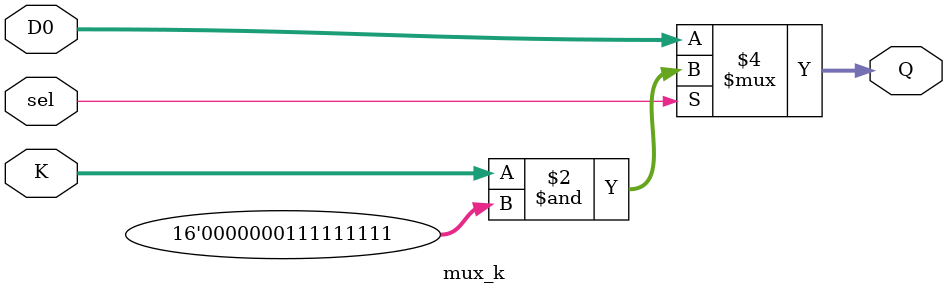
<source format=v>
module mux_k (
    input sel,
    input [15:0] D0,
    input [15:0] K,
    output reg [15:0] Q
);
    always @(D0 or K or sel) begin
        if (sel) begin
            Q <= K & 16'h01ff;
        end else begin
            Q <= D0;
        end
    end
endmodule
</source>
